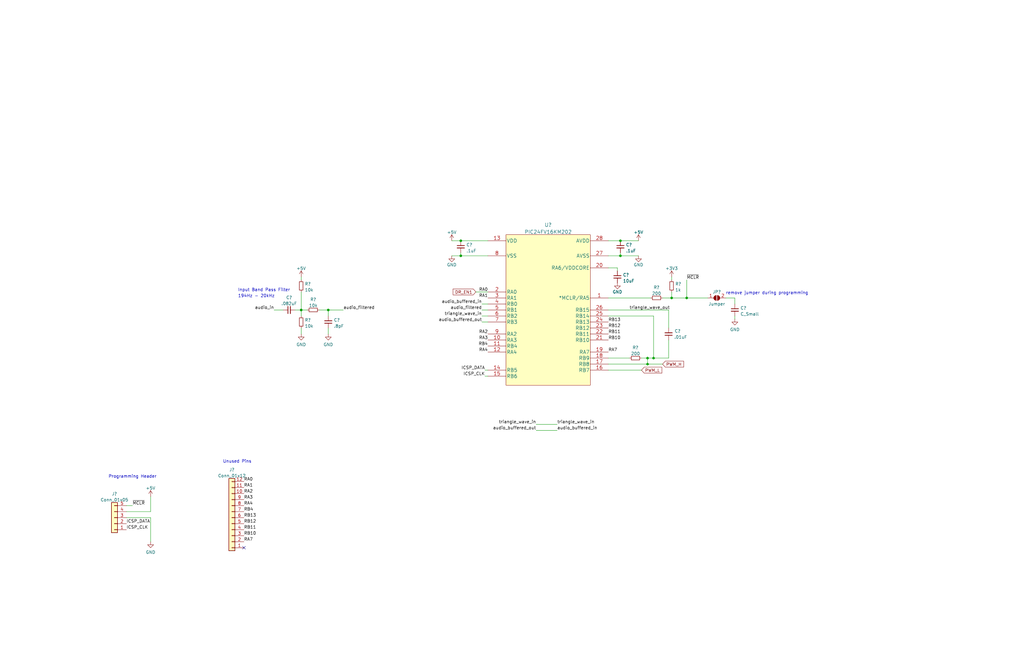
<source format=kicad_sch>
(kicad_sch (version 20211123) (generator eeschema)
  (paper "USLedger")
  (lib_symbols
    (symbol "Connector_Generic:Conn_01x05" (pin_names (offset 1.016) hide)
      (property "Reference" "J" (at 0 7.62 0))
      (property "Value" "Conn_01x05" (at 0 -7.62 0))
      (symbol "Conn_01x05_1_1"
        (rectangle (start -1.27 -4.953) (end 0 -5.207) (stroke (width 0.1524)))
        (rectangle (start -1.27 -2.413) (end 0 -2.667) (stroke (width 0.1524)))
        (rectangle (start -1.27 0.127) (end 0 -0.127) (stroke (width 0.1524)))
        (rectangle (start -1.27 2.667) (end 0 2.413) (stroke (width 0.1524)))
        (rectangle (start -1.27 5.207) (end 0 4.953) (stroke (width 0.1524)))
        (rectangle (start -1.27 6.35) (end 1.27 -6.35) (stroke (width 0.254)) (fill (type background)))
        (pin passive line (at -5.08 5.08 0) (length 3.81) (name "Pin_1") (number "1"))
        (pin passive line (at -5.08 2.54 0) (length 3.81) (name "Pin_2") (number "2"))
        (pin passive line (at -5.08 0 0) (length 3.81) (name "Pin_3") (number "3"))
        (pin passive line (at -5.08 -2.54 0) (length 3.81) (name "Pin_4") (number "4"))
        (pin passive line (at -5.08 -5.08 0) (length 3.81) (name "Pin_5") (number "5"))
      )
    )
    (symbol "Connector_Generic:Conn_01x12" (pin_names (offset 1.016) hide)
      (property "Reference" "J" (at 0 15.24 0))
      (property "Value" "Conn_01x12" (at 0 -17.78 0))
      (symbol "Conn_01x12_1_1"
        (rectangle (start -1.27 -15.113) (end 0 -15.367) (stroke (width 0.1524)))
        (rectangle (start -1.27 -12.573) (end 0 -12.827) (stroke (width 0.1524)))
        (rectangle (start -1.27 -10.033) (end 0 -10.287) (stroke (width 0.1524)))
        (rectangle (start -1.27 -7.493) (end 0 -7.747) (stroke (width 0.1524)))
        (rectangle (start -1.27 -4.953) (end 0 -5.207) (stroke (width 0.1524)))
        (rectangle (start -1.27 -2.413) (end 0 -2.667) (stroke (width 0.1524)))
        (rectangle (start -1.27 0.127) (end 0 -0.127) (stroke (width 0.1524)))
        (rectangle (start -1.27 2.667) (end 0 2.413) (stroke (width 0.1524)))
        (rectangle (start -1.27 5.207) (end 0 4.953) (stroke (width 0.1524)))
        (rectangle (start -1.27 7.747) (end 0 7.493) (stroke (width 0.1524)))
        (rectangle (start -1.27 10.287) (end 0 10.033) (stroke (width 0.1524)))
        (rectangle (start -1.27 12.827) (end 0 12.573) (stroke (width 0.1524)))
        (rectangle (start -1.27 13.97) (end 1.27 -16.51) (stroke (width 0.254)) (fill (type background)))
        (pin passive line (at -5.08 12.7 0) (length 3.81) (name "Pin_1") (number "1"))
        (pin passive line (at -5.08 -10.16 0) (length 3.81) (name "Pin_10") (number "10"))
        (pin passive line (at -5.08 -12.7 0) (length 3.81) (name "Pin_11") (number "11"))
        (pin passive line (at -5.08 -15.24 0) (length 3.81) (name "Pin_12") (number "12"))
        (pin passive line (at -5.08 10.16 0) (length 3.81) (name "Pin_2") (number "2"))
        (pin passive line (at -5.08 7.62 0) (length 3.81) (name "Pin_3") (number "3"))
        (pin passive line (at -5.08 5.08 0) (length 3.81) (name "Pin_4") (number "4"))
        (pin passive line (at -5.08 2.54 0) (length 3.81) (name "Pin_5") (number "5"))
        (pin passive line (at -5.08 0 0) (length 3.81) (name "Pin_6") (number "6"))
        (pin passive line (at -5.08 -2.54 0) (length 3.81) (name "Pin_7") (number "7"))
        (pin passive line (at -5.08 -5.08 0) (length 3.81) (name "Pin_8") (number "8"))
        (pin passive line (at -5.08 -7.62 0) (length 3.81) (name "Pin_9") (number "9"))
      )
    )
    (symbol "Device:C_Small" (pin_numbers hide) (pin_names (offset 0.254) hide)
      (property "Reference" "C" (at 0.254 1.778 0))
      (property "Value" "C_Small" (at 0.254 -2.032 0))
      (symbol "C_Small_0_1"
        (polyline (pts (xy -1.524 -0.508) (xy 1.524 -0.508)) (stroke (width 0.3302)))
        (polyline (pts (xy -1.524 0.508) (xy 1.524 0.508)) (stroke (width 0.3048)))
      )
      (symbol "C_Small_1_1"
        (pin passive line (at 0 2.54 270) (length 2.032) (name "~") (number "1"))
        (pin passive line (at 0 -2.54 90) (length 2.032) (name "~") (number "2"))
      )
    )
    (symbol "Device:R_Small" (pin_numbers hide) (pin_names (offset 0.254) hide)
      (property "Reference" "R" (at 0.762 0.508 0))
      (property "Value" "R_Small" (at 0.762 -1.016 0))
      (symbol "R_Small_0_1"
        (rectangle (start -0.762 1.778) (end 0.762 -1.778) (stroke (width 0.2032)))
      )
      (symbol "R_Small_1_1"
        (pin passive line (at 0 2.54 270) (length 0.762) (name "~") (number "1"))
        (pin passive line (at 0 -2.54 90) (length 0.762) (name "~") (number "2"))
      )
    )
    (symbol "Jumper:SolderJumper_2_Open" (pin_names (offset 0) hide)
      (property "Reference" "JP" (at 0 2.032 0))
      (property "Value" "SolderJumper_2_Open" (at 0 -2.54 0))
      (symbol "SolderJumper_2_Open_0_1"
        (arc (start -0.254 1.016) (mid -1.27 0) (end -0.254 -1.016))
        (arc (start -0.254 1.016) (mid -1.27 0) (end -0.254 -1.016) (fill (type outline)))
        (polyline (pts (xy -0.254 1.016) (xy -0.254 -1.016)))
        (polyline (pts (xy 0.254 1.016) (xy 0.254 -1.016)))
        (arc (start 0.254 -1.016) (mid 1.27 0) (end 0.254 1.016))
        (arc (start 0.254 -1.016) (mid 1.27 0) (end 0.254 1.016) (fill (type outline)))
      )
      (symbol "SolderJumper_2_Open_1_1"
        (pin passive line (at -3.81 0 0) (length 2.54) (name "A") (number "1"))
        (pin passive line (at 3.81 0 180) (length 2.54) (name "B") (number "2"))
      )
    )
    (symbol "audio_amplifier:PIC24FV16KM202" (pin_names (offset 0.254))
      (property "Reference" "U" (at 33.02 10.16 0))
      (property "Value" "PIC24FV16KM202" (at 33.02 7.62 0))
      (symbol "PIC24FV16KM202_1_1"
        (rectangle (start 7.62 5.08) (end 43.18 -58.42) (stroke (width 0.1524)) (fill (type background)))
        (pin bidirectional line (at 50.8 -21.59 180) (length 7.62) (name "*MCLR/RA5") (number "1"))
        (pin bidirectional line (at 0 -39.37 0) (length 7.62) (name "RA3") (number "10"))
        (pin bidirectional line (at 0 -41.91 0) (length 7.62) (name "RB4") (number "11"))
        (pin bidirectional line (at 0 -44.45 0) (length 7.62) (name "RA4") (number "12"))
        (pin power_in line (at 0 2.54 0) (length 7.62) (name "VDD") (number "13"))
        (pin bidirectional line (at 0 -52.07 0) (length 7.62) (name "RB5") (number "14"))
        (pin bidirectional line (at 0 -54.61 0) (length 7.62) (name "RB6") (number "15"))
        (pin bidirectional line (at 50.8 -52.07 180) (length 7.62) (name "RB7") (number "16"))
        (pin bidirectional line (at 50.8 -49.53 180) (length 7.62) (name "RB8") (number "17"))
        (pin bidirectional line (at 50.8 -46.99 180) (length 7.62) (name "RB9") (number "18"))
        (pin bidirectional line (at 50.8 -44.45 180) (length 7.62) (name "RA7") (number "19"))
        (pin bidirectional line (at 0 -19.05 0) (length 7.62) (name "RA0") (number "2"))
        (pin power_in line (at 50.8 -8.89 180) (length 7.62) (name "RA6/VDDCORE") (number "20"))
        (pin bidirectional line (at 50.8 -39.37 180) (length 7.62) (name "RB10") (number "21"))
        (pin bidirectional line (at 50.8 -36.83 180) (length 7.62) (name "RB11") (number "22"))
        (pin bidirectional line (at 50.8 -34.29 180) (length 7.62) (name "RB12") (number "23"))
        (pin bidirectional line (at 50.8 -31.75 180) (length 7.62) (name "RB13") (number "24"))
        (pin bidirectional line (at 50.8 -29.21 180) (length 7.62) (name "RB14") (number "25"))
        (pin bidirectional line (at 50.8 -26.67 180) (length 7.62) (name "RB15") (number "26"))
        (pin power_in line (at 50.8 -3.81 180) (length 7.62) (name "AVSS") (number "27"))
        (pin power_in line (at 50.8 2.54 180) (length 7.62) (name "AVDD") (number "28"))
        (pin bidirectional line (at 0 -21.59 0) (length 7.62) (name "RA1") (number "3"))
        (pin bidirectional line (at 0 -24.13 0) (length 7.62) (name "RB0") (number "4"))
        (pin bidirectional line (at 0 -26.67 0) (length 7.62) (name "RB1") (number "5"))
        (pin bidirectional line (at 0 -29.21 0) (length 7.62) (name "RB2") (number "6"))
        (pin bidirectional line (at 0 -31.75 0) (length 7.62) (name "RB3") (number "7"))
        (pin power_in line (at 0 -3.81 0) (length 7.62) (name "VSS") (number "8"))
        (pin bidirectional line (at 0 -36.83 0) (length 7.62) (name "RA2") (number "9"))
      )
    )
    (symbol "power:+3V3" (power) (pin_names (offset 0))
      (property "Value" "+3V3" (at 0 3.556 0))
      (symbol "+3V3_0_1"
        (polyline (pts (xy -0.762 1.27) (xy 0 2.54)))
        (polyline (pts (xy 0 0) (xy 0 2.54)))
        (polyline (pts (xy 0 2.54) (xy 0.762 1.27)))
      )
      (symbol "+3V3_1_1"
        (pin power_in line (at 0 0 90) (length 0) hide (name "+3V3") (number "1"))
      )
    )
    (symbol "power:+5V" (power) (pin_names (offset 0))
      (property "Value" "+5V" (at 0 3.556 0))
      (symbol "+5V_0_1"
        (polyline (pts (xy -0.762 1.27) (xy 0 2.54)))
        (polyline (pts (xy 0 0) (xy 0 2.54)))
        (polyline (pts (xy 0 2.54) (xy 0.762 1.27)))
      )
      (symbol "+5V_1_1"
        (pin power_in line (at 0 0 90) (length 0) hide (name "+5V") (number "1"))
      )
    )
    (symbol "power:GND" (power) (pin_names (offset 0))
      (property "Value" "GND" (at 0 -3.81 0))
      (symbol "GND_0_1"
        (polyline (pts (xy 0 0) (xy 0 -1.27) (xy 1.27 -1.27) (xy 0 -2.54) (xy -1.27 -1.27) (xy 0 -1.27)))
      )
      (symbol "GND_1_1"
        (pin power_in line (at 0 0 270) (length 0) hide (name "GND") (number "1"))
      )
    )
  )
  (junction (at 194.31 101.6))
  (junction (at 289.56 125.73))
  (junction (at 261.62 101.6))
  (junction (at 127 130.81))
  (junction (at 273.05 151.13))
  (junction (at 283.21 125.73))
  (junction (at 138.43 130.81))
  (junction (at 273.05 153.67))
  (junction (at 275.59 151.13))
  (junction (at 261.62 107.95))
  (junction (at 194.31 107.95))
  (no_connect (at 102.87 231.14))
  (wire (pts (xy 256.54 107.95) (xy 261.62 107.95)))
  (wire (pts (xy 127 138.43) (xy 127 140.97)))
  (wire (pts (xy 63.5 215.9) (xy 63.5 209.55)))
  (wire (pts (xy 226.06 181.61) (xy 234.95 181.61)))
  (wire (pts (xy 53.34 213.36) (xy 55.88 213.36)))
  (wire (pts (xy 306.07 125.73) (xy 309.88 125.73)))
  (wire (pts (xy 309.88 125.73) (xy 309.88 128.27)))
  (wire (pts (xy 281.94 151.13) (xy 281.94 143.51)))
  (wire (pts (xy 138.43 130.81) (xy 144.78 130.81)))
  (wire (pts (xy 273.05 153.67) (xy 256.54 153.67)))
  (wire (pts (xy 63.5 218.44) (xy 63.5 228.6)))
  (wire (pts (xy 53.34 218.44) (xy 63.5 218.44)))
  (wire (pts (xy 309.88 133.35) (xy 309.88 134.62)))
  (wire (pts (xy 261.62 107.95) (xy 269.24 107.95)))
  (wire (pts (xy 203.2 133.35) (xy 205.74 133.35)))
  (wire (pts (xy 203.2 128.27) (xy 205.74 128.27)))
  (wire (pts (xy 273.05 151.13) (xy 275.59 151.13)))
  (wire (pts (xy 256.54 130.81) (xy 281.94 130.81)))
  (wire (pts (xy 115.57 130.81) (xy 119.38 130.81)))
  (wire (pts (xy 200.66 123.19) (xy 205.74 123.19)))
  (wire (pts (xy 127 123.19) (xy 127 130.81)))
  (wire (pts (xy 256.54 113.03) (xy 260.35 113.03)))
  (wire (pts (xy 261.62 101.6) (xy 269.24 101.6)))
  (wire (pts (xy 281.94 130.81) (xy 281.94 138.43)))
  (wire (pts (xy 261.62 107.95) (xy 261.62 106.68)))
  (wire (pts (xy 204.47 156.21) (xy 205.74 156.21)))
  (wire (pts (xy 270.51 156.21) (xy 256.54 156.21)))
  (wire (pts (xy 127 130.81) (xy 127 133.35)))
  (wire (pts (xy 204.47 158.75) (xy 205.74 158.75)))
  (wire (pts (xy 279.4 125.73) (xy 283.21 125.73)))
  (wire (pts (xy 265.43 151.13) (xy 256.54 151.13)))
  (wire (pts (xy 256.54 133.35) (xy 275.59 133.35)))
  (wire (pts (xy 124.46 130.81) (xy 127 130.81)))
  (wire (pts (xy 226.06 179.07) (xy 234.95 179.07)))
  (wire (pts (xy 273.05 151.13) (xy 273.05 153.67)))
  (wire (pts (xy 256.54 101.6) (xy 261.62 101.6)))
  (wire (pts (xy 194.31 106.68) (xy 194.31 107.95)))
  (wire (pts (xy 279.4 153.67) (xy 273.05 153.67)))
  (wire (pts (xy 127 130.81) (xy 129.54 130.81)))
  (wire (pts (xy 138.43 138.43) (xy 138.43 140.97)))
  (wire (pts (xy 273.05 151.13) (xy 270.51 151.13)))
  (wire (pts (xy 194.31 101.6) (xy 205.74 101.6)))
  (wire (pts (xy 138.43 130.81) (xy 138.43 133.35)))
  (wire (pts (xy 275.59 151.13) (xy 281.94 151.13)))
  (wire (pts (xy 289.56 125.73) (xy 298.45 125.73)))
  (wire (pts (xy 283.21 125.73) (xy 289.56 125.73)))
  (wire (pts (xy 127 116.84) (xy 127 118.11)))
  (wire (pts (xy 289.56 118.11) (xy 289.56 125.73)))
  (wire (pts (xy 203.2 135.89) (xy 205.74 135.89)))
  (wire (pts (xy 190.5 101.6) (xy 194.31 101.6)))
  (wire (pts (xy 194.31 107.95) (xy 190.5 107.95)))
  (wire (pts (xy 194.31 107.95) (xy 205.74 107.95)))
  (wire (pts (xy 275.59 133.35) (xy 275.59 151.13)))
  (wire (pts (xy 256.54 125.73) (xy 274.32 125.73)))
  (wire (pts (xy 260.35 113.03) (xy 260.35 114.3)))
  (wire (pts (xy 283.21 116.84) (xy 283.21 118.11)))
  (wire (pts (xy 203.2 130.81) (xy 205.74 130.81)))
  (wire (pts (xy 134.62 130.81) (xy 138.43 130.81)))
  (wire (pts (xy 283.21 125.73) (xy 283.21 123.19)))
  (wire (pts (xy 53.34 215.9) (xy 63.5 215.9)))
  (text "Programming Header" (at 45.72 201.93 0) (effects (font (size 1.27 1.27)) (justify left bottom)))
  (text "Input Band Pass Filter" (at 100.33 123.19 0) (effects (font (size 1.27 1.27)) (justify left bottom)))
  (text "Unused Pins" (at 93.98 195.58 0) (effects (font (size 1.27 1.27)) (justify left bottom)))
  (text "194Hz - 20kHz" (at 100.33 125.73 0) (effects (font (size 1.27 1.27)) (justify left bottom)))
  (text "remove jumper during programming" (at 306.07 124.46 0) (effects (font (size 1.27 1.27)) (justify left bottom)))
  (label "RA2" (at 102.87 208.28 0))
  (label "RA0" (at 205.74 123.19 180))
  (label "RB10" (at 256.54 143.51 0))
  (label "RB4" (at 102.87 215.9 0))
  (label "triangle_wave_out" (at 265.43 130.81 0))
  (label "audio_buffered_out" (at 203.2 135.89 180))
  (label "triangle_wave_in" (at 226.06 179.07 180))
  (label "RA1" (at 205.74 125.73 180))
  (label "RB11" (at 102.87 223.52 0))
  (label "RB4" (at 205.74 146.05 180))
  (label "audio_buffered_in" (at 234.95 181.61 0))
  (label "RB13" (at 256.54 135.89 0))
  (label "RA3" (at 205.74 143.51 180))
  (label "RB13" (at 102.87 218.44 0))
  (label "ICSP_CLK" (at 53.34 223.52 0))
  (label "RB10" (at 102.87 226.06 0))
  (label "~{MCLR}" (at 55.88 213.36 0))
  (label "RA2" (at 205.74 140.97 180))
  (label "audio_filtered" (at 203.2 130.81 180))
  (label "triangle_wave_in" (at 203.2 133.35 180))
  (label "RA3" (at 102.87 210.82 0))
  (label "RA4" (at 205.74 148.59 180))
  (label "RB12" (at 102.87 220.98 0))
  (label "RA4" (at 102.87 213.36 0))
  (label "audio_in" (at 115.57 130.81 180))
  (label "RA7" (at 102.87 228.6 0))
  (label "RB12" (at 256.54 138.43 0))
  (label "RA1" (at 102.87 205.74 0))
  (label "ICSP_DATA" (at 204.47 156.21 180))
  (label "ICSP_CLK" (at 204.47 158.75 180))
  (label "RB11" (at 256.54 140.97 0))
  (label "audio_buffered_in" (at 203.2 128.27 180))
  (label "audio_buffered_out" (at 226.06 181.61 180))
  (label "RA0" (at 102.87 203.2 0))
  (label "audio_filtered" (at 144.78 130.81 0))
  (label "RA7" (at 256.54 148.59 0))
  (label "~{MCLR}" (at 289.56 118.11 0))
  (label "triangle_wave_in" (at 234.95 179.07 0))
  (label "ICSP_DATA" (at 53.34 220.98 0))
  (global_label "DR_EN1" (shape input) (at 200.66 123.19 180) (property "Intersheet References" "${INTERSHEET_REFS}" (effects hide)))
  (global_label "PWM_L" (shape input) (at 270.51 156.21 0) (property "Intersheet References" "${INTERSHEET_REFS}" (effects hide)))
  (global_label "PWM_H" (shape input) (at 279.4 153.67 0) (property "Intersheet References" "${INTERSHEET_REFS}" (effects hide)))
  (symbol (lib_id "power:+5V") (at 63.5 209.55 0) (unit 1)
    (property "Reference" "#PWR?" (effects hide))
    (property "Value" "+5V" (at 63.5 205.9742 0))
  )
  (symbol (lib_id "power:GND") (at 309.88 134.62 0) (unit 1)
    (property "Reference" "#PWR?" (effects hide))
    (property "Value" "GND" (at 309.88 139.0634 0))
  )
  (symbol (lib_id "Device:R_Small") (at 127 120.65 0) (unit 1)
    (property "Reference" "R?" (at 128.4986 119.8153 0) (effects (justify left)))
    (property "Value" "10k" (at 128.4986 122.3522 0) (effects (justify left)))
  )
  (symbol (lib_id "Device:C_Small") (at 261.62 104.14 0) (unit 1)
    (property "Reference" "C?" (at 263.9441 103.3116 0) (effects (justify left)))
    (property "Value" ".1uF" (at 263.9441 105.8485 0) (effects (justify left)))
  )
  (symbol (lib_id "Device:C_Small") (at 309.88 130.81 0) (unit 1)
    (property "Reference" "C?" (at 312.2041 129.9816 0) (effects (justify left)))
    (property "Value" "C_Small" (at 312.2041 132.5185 0) (effects (justify left)))
  )
  (symbol (lib_id "Device:C_Small") (at 260.35 116.84 0) (unit 1)
    (property "Reference" "C?" (at 262.6741 116.0116 0) (effects (justify left)))
    (property "Value" "10uF" (at 262.6741 118.5485 0) (effects (justify left)))
  )
  (symbol (lib_id "power:GND") (at 269.24 107.95 0) (unit 1)
    (property "Reference" "#PWR?" (effects hide))
    (property "Value" "GND" (at 269.24 111.76 0))
  )
  (symbol (lib_id "power:GND") (at 260.35 119.38 0) (unit 1)
    (property "Reference" "#PWR?" (effects hide))
    (property "Value" "GND" (at 260.35 123.19 0))
  )
  (symbol (lib_id "power:GND") (at 190.5 107.95 0) (unit 1)
    (property "Reference" "#PWR?" (effects hide))
    (property "Value" "GND" (at 190.5 111.76 0))
  )
  (symbol (lib_id "power:+5V") (at 127 116.84 0) (unit 1)
    (property "Reference" "#PWR?" (effects hide))
    (property "Value" "+5V" (at 127 113.2642 0))
  )
  (symbol (lib_id "power:GND") (at 138.43 140.97 0) (unit 1)
    (property "Reference" "#PWR?" (effects hide))
    (property "Value" "GND" (at 138.43 145.4134 0))
  )
  (symbol (lib_id "Device:R_Small") (at 127 135.89 0) (unit 1)
    (property "Reference" "R?" (at 128.4986 135.0553 0) (effects (justify left)))
    (property "Value" "10k" (at 128.4986 137.5922 0) (effects (justify left)))
  )
  (symbol (lib_id "Device:C_Small") (at 281.94 140.97 180) (unit 1)
    (property "Reference" "C?" (at 285.75 139.7 0))
    (property "Value" ".01uF" (at 287.02 142.24 0))
  )
  (symbol (lib_id "Connector_Generic:Conn_01x12") (at 97.79 218.44 180) (unit 1)
    (property "Reference" "J?" (at 97.79 198.2302 0))
    (property "Value" "Conn_01x12" (at 97.79 200.7671 0))
  )
  (symbol (lib_id "power:+3V3") (at 283.21 116.84 0) (unit 1)
    (property "Reference" "#PWR?" (effects hide))
    (property "Value" "+3V3" (at 283.21 113.2642 0))
  )
  (symbol (lib_id "Device:R_Small") (at 132.08 130.81 270) (mirror x) (unit 1)
    (property "Reference" "R?" (at 132.08 126.3736 90))
    (property "Value" "10k" (at 132.08 128.9105 90))
  )
  (symbol (lib_id "Device:R_Small") (at 276.86 125.73 90) (unit 1)
    (property "Reference" "R?" (at 276.86 121.2936 90))
    (property "Value" "200" (at 276.86 123.8305 90))
  )
  (symbol (lib_id "Jumper:SolderJumper_2_Open") (at 302.26 125.73 0) (unit 1)
    (property "Reference" "JP?" (at 302.26 123.19 0))
    (property "Value" "Jumper" (at 302.26 128.27 0))
  )
  (symbol (lib_id "Device:C_Small") (at 194.31 104.14 0) (unit 1)
    (property "Reference" "C?" (at 196.6341 103.3116 0) (effects (justify left)))
    (property "Value" ".1uF" (at 196.6341 105.8485 0) (effects (justify left)))
  )
  (symbol (lib_id "power:+5V") (at 269.24 101.6 0) (unit 1)
    (property "Reference" "#PWR?" (effects hide))
    (property "Value" "+5V" (at 269.24 98.0242 0))
  )
  (symbol (lib_id "Connector_Generic:Conn_01x05") (at 48.26 218.44 180) (unit 1)
    (property "Reference" "J?" (at 48.26 208.3902 0))
    (property "Value" "Conn_01x05" (at 48.26 210.9271 0))
  )
  (symbol (lib_id "Device:R_Small") (at 283.21 120.65 0) (unit 1)
    (property "Reference" "R?" (at 284.7086 119.8153 0) (effects (justify left)))
    (property "Value" "1k" (at 284.7086 122.3522 0) (effects (justify left)))
  )
  (symbol (lib_id "Device:C_Small") (at 138.43 135.89 180) (unit 1)
    (property "Reference" "C?" (at 140.7541 135.0489 0) (effects (justify right)))
    (property "Value" ".8pF" (at 140.7541 137.5858 0) (effects (justify right)))
  )
  (symbol (lib_id "audio_amplifier:PIC24FV16KM202") (at 205.74 104.14 0) (unit 1)
    (property "Reference" "U?" (at 231.14 94.8997 0) (effects (font (size 1.524 1.524))))
    (property "Value" "PIC24FV16KM202" (at 231.14 97.8931 0) (effects (font (size 1.524 1.524))))
    (property "Footprint" "audio_amplifier:PIC24FV16KM202" (effects hide))
    (property "Datasheet" "https://ww1.microchip.com/downloads/en/DeviceDoc/PIC24FV16KM204-Family-Data-Sheet-DS30003030C.pdf" (effects hide))
    (property "Purchasing Link" "https://www.digikey.com/en/products/detail/microchip-technology/PIC24FV16KM202-I-SP/3872910" (effects hide))
  )
  (symbol (lib_id "power:GND") (at 127 140.97 0) (unit 1)
    (property "Reference" "#PWR?" (effects hide))
    (property "Value" "GND" (at 127 145.4134 0))
  )
  (symbol (lib_id "Device:C_Small") (at 121.92 130.81 90) (unit 1)
    (property "Reference" "C?" (at 121.9263 125.5481 90))
    (property "Value" ".082uF" (at 121.9263 128.085 90))
  )
  (symbol (lib_id "power:GND") (at 63.5 228.6 0) (unit 1)
    (property "Reference" "#PWR?" (effects hide))
    (property "Value" "GND" (at 63.5 233.0434 0))
  )
  (symbol (lib_id "power:+5V") (at 190.5 101.6 0) (unit 1)
    (property "Reference" "#PWR?" (effects hide))
    (property "Value" "+5V" (at 190.5 98.0242 0))
  )
  (symbol (lib_id "Device:R_Small") (at 267.97 151.13 90) (unit 1)
    (property "Reference" "R?" (at 267.97 146.6936 90))
    (property "Value" "200" (at 267.97 149.2305 90))
  )
)
</source>
